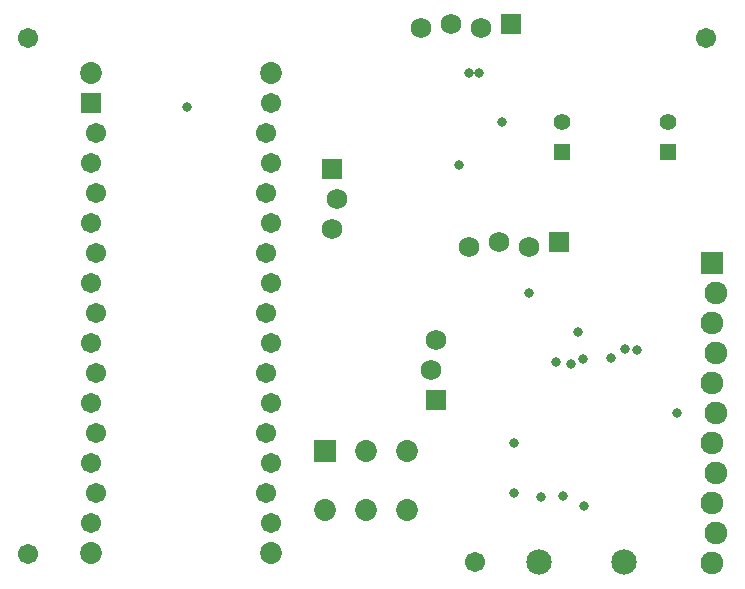
<source format=gbr>
%TF.GenerationSoftware,Altium Limited,Altium Designer,24.0.1 (36)*%
G04 Layer_Color=16711935*
%FSLAX45Y45*%
%MOMM*%
%TF.SameCoordinates,87475131-42DB-44E4-9C0F-69BDD36FC7AA*%
%TF.FilePolarity,Negative*%
%TF.FileFunction,Soldermask,Bot*%
%TF.Part,Single*%
G01*
G75*
%TA.AperFunction,ComponentPad*%
%ADD50R,1.72720X1.72720*%
%ADD51C,1.72720*%
%ADD52R,1.72720X1.72720*%
%ADD53C,1.70320*%
%ADD54C,2.15320*%
%ADD55C,1.92820*%
%ADD56R,1.92820X1.92820*%
%ADD57R,1.40320X1.40320*%
%ADD58C,1.40320*%
%ADD59R,1.85320X1.85320*%
%ADD60C,1.85320*%
%ADD61C,1.85420*%
%ADD62C,1.71120*%
%ADD63R,1.71120X1.71120*%
%TA.AperFunction,ViaPad*%
%ADD64C,0.80320*%
D50*
X3693500Y1603200D02*
D03*
X2817500Y3556000D02*
D03*
D51*
X3653500Y1857200D02*
D03*
X3693500Y2111200D02*
D03*
X3569500Y4746200D02*
D03*
X4077500D02*
D03*
X3823500Y4786200D02*
D03*
X3975100Y2893700D02*
D03*
X4483100D02*
D03*
X4229100Y2933700D02*
D03*
X2817500Y3048000D02*
D03*
X2857500Y3302000D02*
D03*
D52*
X4331500Y4786200D02*
D03*
X4737100Y2933700D02*
D03*
D53*
X4025900Y228600D02*
D03*
X241300Y292100D02*
D03*
Y4660900D02*
D03*
X5981700D02*
D03*
D54*
X4570100Y226500D02*
D03*
X5285100D02*
D03*
D55*
X6070600Y469900D02*
D03*
Y977900D02*
D03*
Y1485900D02*
D03*
X6030600Y2247900D02*
D03*
Y215900D02*
D03*
Y723900D02*
D03*
Y1231900D02*
D03*
Y1739900D02*
D03*
X6070600Y1993900D02*
D03*
Y2501900D02*
D03*
D56*
X6030600Y2755900D02*
D03*
D57*
X4762500Y3695700D02*
D03*
X5658353Y3695699D02*
D03*
D58*
X4762500Y3949700D02*
D03*
X5658353Y3949699D02*
D03*
D59*
X2754400Y1168400D02*
D03*
D60*
Y668400D02*
D03*
X3104400Y1168400D02*
D03*
Y668400D02*
D03*
X3454400Y1168400D02*
D03*
Y668400D02*
D03*
D61*
X2298700Y4368800D02*
D03*
X774700D02*
D03*
X2298700Y304800D02*
D03*
X774700D02*
D03*
D62*
X2298700Y4114800D02*
D03*
X2258700Y3860800D02*
D03*
X2298700Y3606800D02*
D03*
X2258700Y3352800D02*
D03*
X2298700Y3098800D02*
D03*
X2258700Y2844800D02*
D03*
X2298700Y2590800D02*
D03*
X2258700Y2336800D02*
D03*
X2298700Y2082800D02*
D03*
X2258700Y1828800D02*
D03*
X2298700Y1574800D02*
D03*
X2258700Y1320800D02*
D03*
X2298700Y1066800D02*
D03*
X2258700Y812800D02*
D03*
X2298700Y558800D02*
D03*
X774700D02*
D03*
X814700Y812800D02*
D03*
X774700Y1066800D02*
D03*
X814700Y1320800D02*
D03*
X774700Y1574800D02*
D03*
X814700Y1828800D02*
D03*
X774700Y2082800D02*
D03*
X814700Y2336800D02*
D03*
X774700Y2590800D02*
D03*
X814700Y2844800D02*
D03*
X774700Y3098800D02*
D03*
X814700Y3352800D02*
D03*
X774700Y3606800D02*
D03*
X814700Y3860800D02*
D03*
D63*
X774700Y4114800D02*
D03*
D64*
X5399685Y2021485D02*
D03*
X5293956Y2030930D02*
D03*
X3974968Y4368668D02*
D03*
X4064000Y4368800D02*
D03*
X4254500Y3949700D02*
D03*
X3893527Y3588727D02*
D03*
X5180526Y1954726D02*
D03*
X4838700Y1905000D02*
D03*
X4940300Y1943100D02*
D03*
X4902200Y2171700D02*
D03*
X4711700Y1917700D02*
D03*
X4483100Y2501900D02*
D03*
X5740400Y1485900D02*
D03*
X4356100Y1231900D02*
D03*
Y812800D02*
D03*
X4584700Y774700D02*
D03*
X4946500Y705000D02*
D03*
X4775200Y787400D02*
D03*
X1587500Y4076700D02*
D03*
%TF.MD5,5146901b4571a07de4e8c3eeef182de5*%
M02*

</source>
